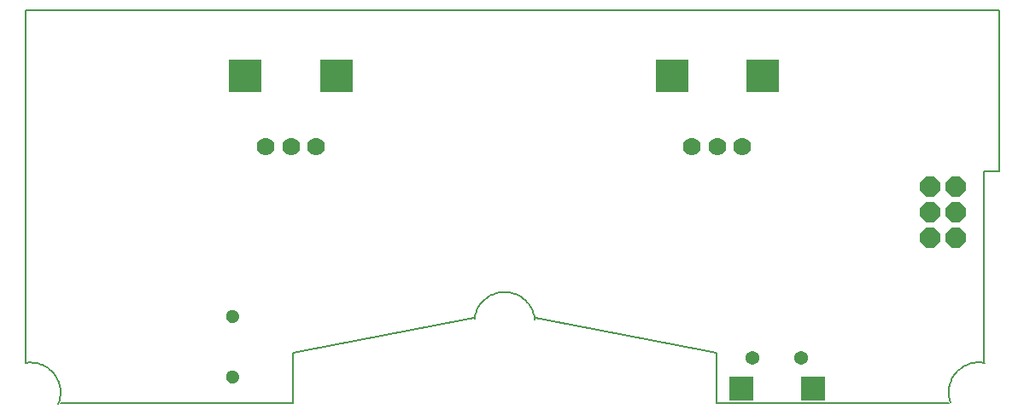
<source format=gbs>
G75*
%MOIN*%
%OFA0B0*%
%FSLAX24Y24*%
%IPPOS*%
%LPD*%
%AMOC8*
5,1,8,0,0,1.08239X$1,22.5*
%
%ADD10C,0.0080*%
%ADD11C,0.0079*%
%ADD12OC8,0.0780*%
%ADD13C,0.0700*%
%ADD14R,0.1300X0.1300*%
%ADD15C,0.0542*%
%ADD16R,0.0926X0.0926*%
%ADD17C,0.0000*%
%ADD18C,0.0512*%
D10*
X001687Y016424D02*
X039679Y016424D01*
D11*
X002967Y001023D02*
X002990Y001086D01*
X003010Y001151D01*
X003026Y001217D01*
X003039Y001283D01*
X003047Y001350D01*
X003052Y001417D01*
X003053Y001485D01*
X003050Y001552D01*
X003043Y001620D01*
X003032Y001686D01*
X003018Y001752D01*
X003000Y001818D01*
X002978Y001881D01*
X002952Y001944D01*
X002923Y002005D01*
X002891Y002064D01*
X002855Y002122D01*
X002816Y002177D01*
X002774Y002230D01*
X002728Y002280D01*
X002681Y002328D01*
X002630Y002373D01*
X002577Y002414D01*
X002522Y002453D01*
X002464Y002489D01*
X002405Y002521D01*
X002344Y002550D01*
X002281Y002575D01*
X002217Y002597D01*
X002152Y002615D01*
X002086Y002629D01*
X002019Y002640D01*
X001952Y002646D01*
X001884Y002649D01*
X001817Y002648D01*
X001749Y002643D01*
X001682Y002634D01*
X001687Y002645D02*
X001687Y016424D01*
X012120Y003038D02*
X019203Y004382D01*
X019211Y004376D02*
X019221Y004443D01*
X019236Y004509D01*
X019254Y004575D01*
X019276Y004639D01*
X019302Y004701D01*
X019331Y004763D01*
X019363Y004822D01*
X019399Y004879D01*
X019438Y004935D01*
X019481Y004988D01*
X019526Y005038D01*
X019574Y005086D01*
X019624Y005131D01*
X019678Y005173D01*
X019733Y005212D01*
X019791Y005247D01*
X019850Y005280D01*
X019911Y005309D01*
X019974Y005334D01*
X020038Y005355D01*
X020104Y005373D01*
X020170Y005387D01*
X020237Y005398D01*
X020304Y005404D01*
X020372Y005407D01*
X020440Y005406D01*
X020507Y005401D01*
X020574Y005392D01*
X020641Y005379D01*
X020707Y005362D01*
X020771Y005342D01*
X020835Y005318D01*
X020896Y005290D01*
X020957Y005259D01*
X021015Y005225D01*
X021071Y005187D01*
X021125Y005146D01*
X021177Y005102D01*
X021226Y005055D01*
X021272Y005006D01*
X021315Y004954D01*
X021355Y004899D01*
X021392Y004843D01*
X021426Y004784D01*
X021456Y004723D01*
X021483Y004661D01*
X021507Y004597D01*
X021526Y004533D01*
X021542Y004467D01*
X021554Y004400D01*
X021562Y004333D01*
X021603Y004382D02*
X028656Y003038D01*
X028656Y001070D01*
X037711Y001070D01*
X037784Y001088D02*
X037763Y001152D01*
X037747Y001216D01*
X037734Y001282D01*
X037724Y001348D01*
X037719Y001414D01*
X037717Y001481D01*
X037719Y001547D01*
X037725Y001614D01*
X037734Y001680D01*
X037747Y001745D01*
X037764Y001809D01*
X037785Y001873D01*
X037809Y001935D01*
X037837Y001996D01*
X037867Y002055D01*
X037902Y002112D01*
X037939Y002167D01*
X037980Y002220D01*
X038023Y002270D01*
X038069Y002318D01*
X038118Y002364D01*
X038169Y002406D01*
X038223Y002446D01*
X038279Y002482D01*
X038337Y002515D01*
X038396Y002545D01*
X038457Y002571D01*
X038520Y002594D01*
X038584Y002614D01*
X038649Y002629D01*
X038714Y002641D01*
X038780Y002650D01*
X038847Y002654D01*
X038913Y002655D01*
X038980Y002652D01*
X039046Y002645D01*
X039112Y002634D01*
X039089Y002645D02*
X039089Y010125D01*
X039679Y010125D01*
X039679Y016424D01*
X012120Y003038D02*
X012120Y001070D01*
X003065Y001070D01*
D12*
X037006Y007542D03*
X038006Y007542D03*
X038006Y008542D03*
X037006Y008542D03*
X037006Y009542D03*
X038006Y009542D03*
D13*
X029671Y011109D03*
X028687Y011109D03*
X027703Y011109D03*
X013026Y011109D03*
X012041Y011109D03*
X011057Y011109D03*
D14*
X010270Y013865D03*
X013813Y013865D03*
X026915Y013865D03*
X030459Y013865D03*
D15*
X030063Y002823D03*
X031972Y002823D03*
D16*
X032425Y001642D03*
X029610Y001642D03*
D17*
X009522Y002094D02*
X009524Y002124D01*
X009530Y002154D01*
X009539Y002183D01*
X009552Y002210D01*
X009569Y002235D01*
X009588Y002258D01*
X009611Y002279D01*
X009636Y002296D01*
X009662Y002310D01*
X009691Y002320D01*
X009720Y002327D01*
X009750Y002330D01*
X009781Y002329D01*
X009811Y002324D01*
X009840Y002315D01*
X009867Y002303D01*
X009893Y002288D01*
X009917Y002269D01*
X009938Y002247D01*
X009956Y002223D01*
X009971Y002196D01*
X009982Y002168D01*
X009990Y002139D01*
X009994Y002109D01*
X009994Y002079D01*
X009990Y002049D01*
X009982Y002020D01*
X009971Y001992D01*
X009956Y001965D01*
X009938Y001941D01*
X009917Y001919D01*
X009893Y001900D01*
X009867Y001885D01*
X009840Y001873D01*
X009811Y001864D01*
X009781Y001859D01*
X009750Y001858D01*
X009720Y001861D01*
X009691Y001868D01*
X009662Y001878D01*
X009636Y001892D01*
X009611Y001909D01*
X009588Y001930D01*
X009569Y001953D01*
X009552Y001978D01*
X009539Y002005D01*
X009530Y002034D01*
X009524Y002064D01*
X009522Y002094D01*
X009522Y004456D02*
X009524Y004486D01*
X009530Y004516D01*
X009539Y004545D01*
X009552Y004572D01*
X009569Y004597D01*
X009588Y004620D01*
X009611Y004641D01*
X009636Y004658D01*
X009662Y004672D01*
X009691Y004682D01*
X009720Y004689D01*
X009750Y004692D01*
X009781Y004691D01*
X009811Y004686D01*
X009840Y004677D01*
X009867Y004665D01*
X009893Y004650D01*
X009917Y004631D01*
X009938Y004609D01*
X009956Y004585D01*
X009971Y004558D01*
X009982Y004530D01*
X009990Y004501D01*
X009994Y004471D01*
X009994Y004441D01*
X009990Y004411D01*
X009982Y004382D01*
X009971Y004354D01*
X009956Y004327D01*
X009938Y004303D01*
X009917Y004281D01*
X009893Y004262D01*
X009867Y004247D01*
X009840Y004235D01*
X009811Y004226D01*
X009781Y004221D01*
X009750Y004220D01*
X009720Y004223D01*
X009691Y004230D01*
X009662Y004240D01*
X009636Y004254D01*
X009611Y004271D01*
X009588Y004292D01*
X009569Y004315D01*
X009552Y004340D01*
X009539Y004367D01*
X009530Y004396D01*
X009524Y004426D01*
X009522Y004456D01*
D18*
X009758Y004456D03*
X009758Y002094D03*
M02*

</source>
